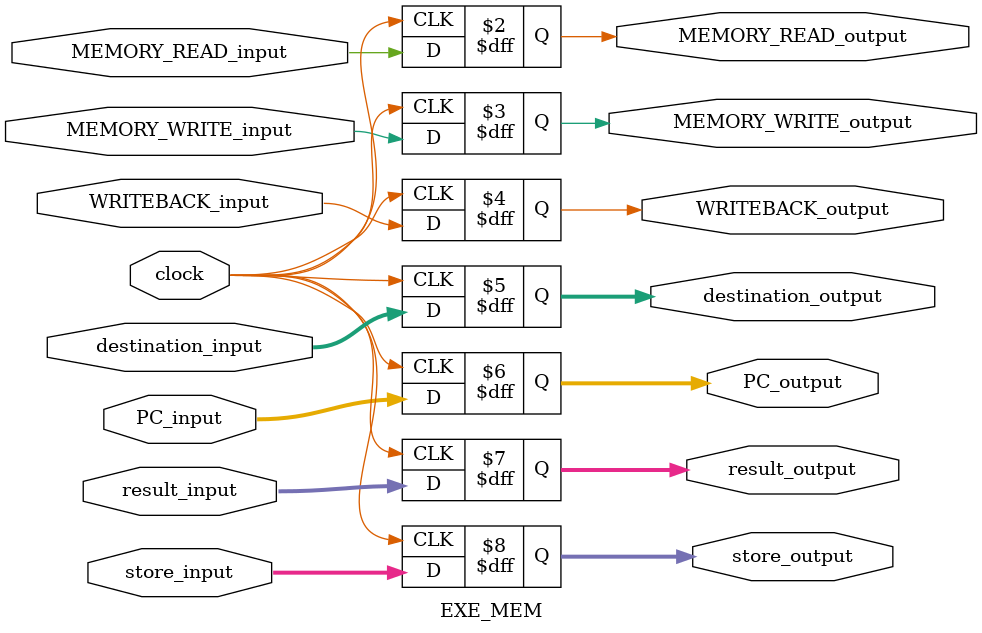
<source format=v>
module EXE_MEM (clock, PC_input, PC_output, store_input, store_output, result_input, result_output, destination_input, destination_output,MEMORY_READ_input, MEMORY_READ_output, MEMORY_WRITE_input, 
MEMORY_WRITE_output, WRITEBACK_input, WRITEBACK_output);

    input clock, MEMORY_READ_input, MEMORY_WRITE_input, WRITEBACK_input;
    input [4:0] destination_input;
    input [31:0] PC_input, result_input, store_input;

    output reg MEMORY_READ_output, MEMORY_WRITE_output, WRITEBACK_output;
    output reg [4:0] destination_output;
    output reg [31:0] PC_output, result_output, store_output;

    always @(posedge clock) begin
        MEMORY_READ_output <= MEMORY_READ_input;
        MEMORY_WRITE_output <=  MEMORY_WRITE_input;
        WRITEBACK_output <= WRITEBACK_input;
        destination_output <= destination_input;
        PC_output <= PC_input;
        result_output <= result_input;
        store_output <= store_input;
    end

endmodule


</source>
